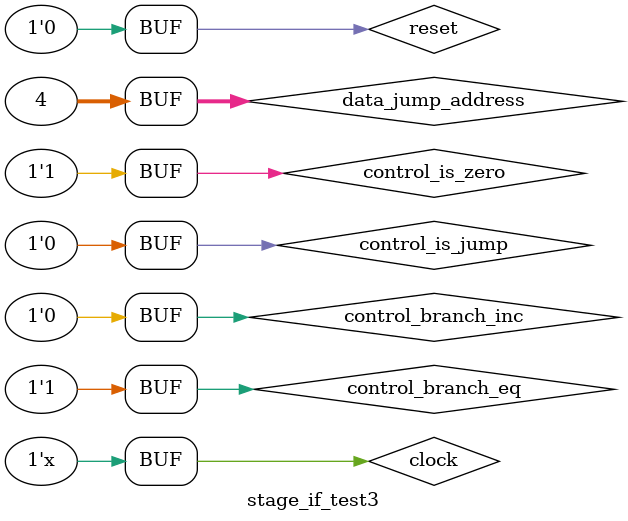
<source format=v>
`timescale 1ns / 1ps


module stage_if_test3;

	// Inputs
	reg clock;
	reg reset;
	reg control_is_jump;
	reg control_branch_eq;
	reg control_branch_inc;
	reg control_is_zero;
	reg [31:0] data_jump_address;
	reg pass;

	// Outputs
	wire [31:0] instruction;

	// Instantiate the Unit Under Test (UUT)
	stage_if uut (
		.clock(clock), 
		.reset(reset), 
		.control_is_jump(control_is_jump), 
		.control_branch_eq(control_branch_eq), 
		.control_branch_inc(control_branch_inc), 
		.control_is_zero(control_is_zero), 
		.data_jump_address(data_jump_address), 
		.instruction(instruction)
	);

	initial begin
		// Initialize Inputs
		pass = 0;
		clock = 1;
		reset = 1;
		control_is_jump = 0;
		control_branch_eq = 0;
		control_branch_inc = 0;
		control_is_zero = 0;
		data_jump_address = 0;

		// Wait 110 ns for global reset to finish
		#60;
      
		// Add stimulus here
		reset = 0;
		#40
		//Expected: Instruction = 0 -> Pass
		#1;
		if(instruction == 0) pass = 1; else pass = 0;

		//Progam simulation start
		//Expected: Instruction = 4 -> Pass
		control_is_jump = 0;
		#100;
		#1;
		if(instruction == 4) pass = 1; else pass = 0;
		
		//Expected: Instruction = 8 -> Pass
		control_is_jump = 0;
		#100;
		#1;
		if(instruction == 8) pass = 1; else pass = 0;
		
		//Expected: Instruction = 12 -> Pass
		control_is_jump = 0;
		#100;
		#1;
		if(instruction == 12) pass = 1; else pass = 0;
		
		//Expected: Instruction = 4 -> Pass
		control_is_jump = 1;
		control_branch_eq = 1;
		control_branch_inc = 0;
		control_is_zero = 1;
		data_jump_address = 4;
		#100;
		#1;
		if(instruction == 4) pass = 1; else pass = 0;
		
		//Expected: Instruction = 8 -> Pass
		control_is_jump = 0;
		control_branch_eq = 0;
		control_branch_inc = 1;
		control_is_zero = 0;
		data_jump_address = 16;
		#100;
		#1;
		if(instruction == 8) pass = 1; else pass = 0;
		
		//Expected: Instruction = 12 -> Pass
		control_is_jump = 0;
		#100;
		#1;
		if(instruction == 12) pass = 1; else pass = 0;
		
		//Expected: Instruction = 0 -> Pass
		control_is_jump = 1;
		control_branch_eq = 0;
		control_branch_inc = 1;
		control_is_zero = 0;
		data_jump_address = 0;
		#100;
		#1;
		if(instruction == 0) pass = 1; else pass = 0;
		
		//Expected: Instruction = 4 -> Pass
		control_is_jump = 0;
		#100;
		if(instruction == 4) pass = 1; else pass = 0;
		
		//Expected: Instruction = 8 -> Pass
		control_is_jump = 1;
		control_branch_eq = 1;
		control_branch_inc = 0;
		control_is_zero = 0;
		data_jump_address = 0;
		#100;
		#1;
		if(instruction == 8) pass = 1; else pass = 0;
	
		//Expected: Instruction = 4 -> Pass
		control_is_jump = 1;
		control_branch_eq = 1;
		control_branch_inc = 0;
		control_is_zero = 1;
		data_jump_address = 4;
		#100;
		#1;
		if(instruction == 4) pass = 1; else pass = 0;
		
		//Expected: Instruction = 8 -> Pass
		control_is_jump = 0;
		control_branch_eq = 1;
		control_branch_inc = 0;
		control_is_zero = 1;
		data_jump_address = 4;
		#100;
		#1;
		if(instruction == 8) pass = 1; else pass = 0;
		
	end
	
	always
	begin
		#50;
		clock = ~clock;
	end
      
endmodule


</source>
